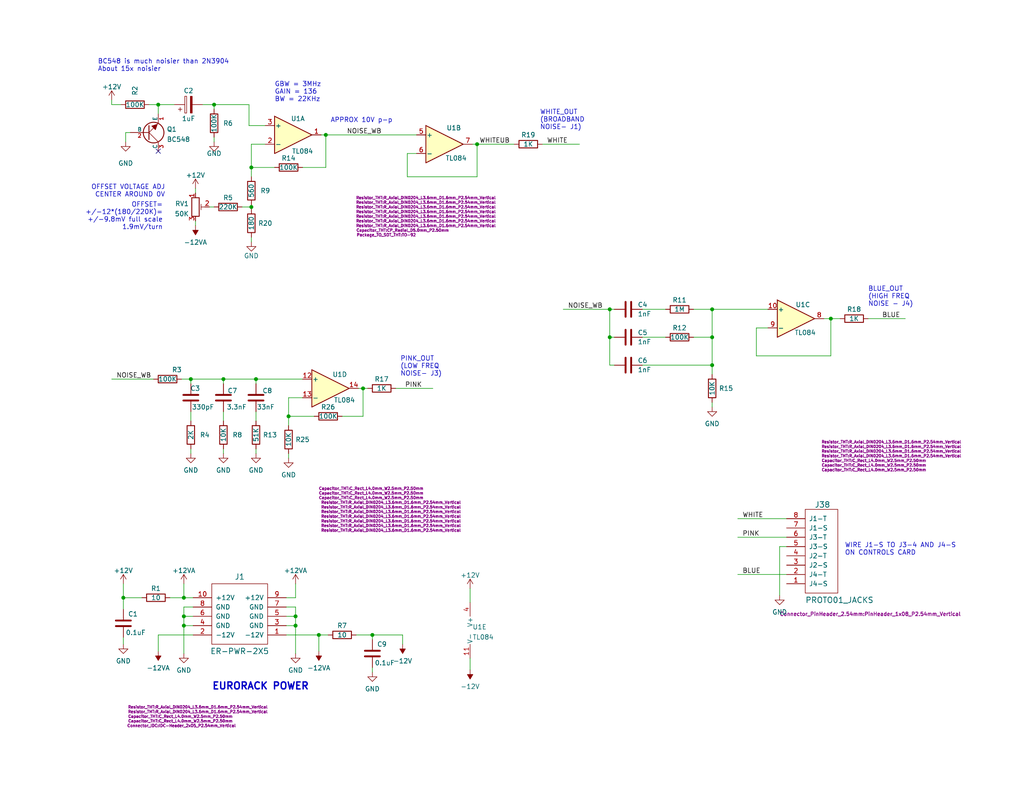
<source format=kicad_sch>
(kicad_sch (version 20211123) (generator eeschema)
  (paper "A")
  (title_block (title "ER-PROTO-01_NOISE") (date "2023-01-31") (rev "1") (company "https://www.youtube.com/watch?v=0yB_h_wFkh4&t=1213s"))
  (lib_symbols
    (symbol "Amplifier_Operational:TL084" (pin_names (offset 0.127))
      (property "Reference" "U" (at 0 5.08 0))
      (property "Value" "TL084" (at 0 -5.08 0))
      (symbol "TL084_1_1"
        (polyline (pts (xy -5.08 5.08) (xy 5.08 0) (xy -5.08 -5.08) (xy -5.08 5.08)) (stroke (width 0.254)) (fill (type background)))
        (pin output line (at 7.62 0 180) (length 2.54) (name "~") (number "1"))
        (pin input line (at -7.62 -2.54 0) (length 2.54) (name "-") (number "2"))
        (pin input line (at -7.62 2.54 0) (length 2.54) (name "+") (number "3"))
      )
      (symbol "TL084_2_1"
        (polyline (pts (xy -5.08 5.08) (xy 5.08 0) (xy -5.08 -5.08) (xy -5.08 5.08)) (stroke (width 0.254)) (fill (type background)))
        (pin input line (at -7.62 2.54 0) (length 2.54) (name "+") (number "5"))
        (pin input line (at -7.62 -2.54 0) (length 2.54) (name "-") (number "6"))
        (pin output line (at 7.62 0 180) (length 2.54) (name "~") (number "7"))
      )
      (symbol "TL084_3_1"
        (polyline (pts (xy -5.08 5.08) (xy 5.08 0) (xy -5.08 -5.08) (xy -5.08 5.08)) (stroke (width 0.254)) (fill (type background)))
        (pin input line (at -7.62 2.54 0) (length 2.54) (name "+") (number "10"))
        (pin output line (at 7.62 0 180) (length 2.54) (name "~") (number "8"))
        (pin input line (at -7.62 -2.54 0) (length 2.54) (name "-") (number "9"))
      )
      (symbol "TL084_4_1"
        (polyline (pts (xy -5.08 5.08) (xy 5.08 0) (xy -5.08 -5.08) (xy -5.08 5.08)) (stroke (width 0.254)) (fill (type background)))
        (pin input line (at -7.62 2.54 0) (length 2.54) (name "+") (number "12"))
        (pin input line (at -7.62 -2.54 0) (length 2.54) (name "-") (number "13"))
        (pin output line (at 7.62 0 180) (length 2.54) (name "~") (number "14"))
      )
      (symbol "TL084_5_1"
        (pin power_in line (at -2.54 -7.62 90) (length 3.81) (name "V-") (number "11"))
        (pin power_in line (at -2.54 7.62 270) (length 3.81) (name "V+") (number "4"))
      )
    )
    (symbol "Device:C" (pin_numbers hide) (pin_names (offset 0.254))
      (property "Reference" "C" (at 0.635 2.54 0))
      (property "Value" "C" (at 0.635 -2.54 0))
      (symbol "C_0_1"
        (polyline (pts (xy -2.032 -0.762) (xy 2.032 -0.762)) (stroke (width 0.508)))
        (polyline (pts (xy -2.032 0.762) (xy 2.032 0.762)) (stroke (width 0.508)))
      )
      (symbol "C_1_1"
        (pin passive line (at 0 3.81 270) (length 2.794) (name "~") (number "1"))
        (pin passive line (at 0 -3.81 90) (length 2.794) (name "~") (number "2"))
      )
    )
    (symbol "Device:C_Polarized" (pin_numbers hide) (pin_names (offset 0.254))
      (property "Reference" "C" (at 0.635 2.54 0))
      (property "Value" "C_Polarized" (at 0.635 -2.54 0))
      (symbol "C_Polarized_0_1"
        (rectangle (start -2.286 0.508) (end 2.286 1.016))
        (polyline (pts (xy -1.778 2.286) (xy -0.762 2.286)))
        (polyline (pts (xy -1.27 2.794) (xy -1.27 1.778)))
        (rectangle (start 2.286 -0.508) (end -2.286 -1.016) (fill (type outline)))
      )
      (symbol "C_Polarized_1_1"
        (pin passive line (at 0 3.81 270) (length 2.794) (name "~") (number "1"))
        (pin passive line (at 0 -3.81 90) (length 2.794) (name "~") (number "2"))
      )
    )
    (symbol "Device:R" (pin_numbers hide) (pin_names (offset 0))
      (property "Reference" "R" (at 2.032 0 90))
      (property "Value" "R" (at 0 0 90))
      (symbol "R_0_1"
        (rectangle (start -1.016 -2.54) (end 1.016 2.54) (stroke (width 0.254)))
      )
      (symbol "R_1_1"
        (pin passive line (at 0 3.81 270) (length 1.27) (name "~") (number "1"))
        (pin passive line (at 0 -3.81 90) (length 1.27) (name "~") (number "2"))
      )
    )
    (symbol "Device:R_Potentiometer_Trim" (pin_names (offset 1.016) hide)
      (property "Reference" "RV" (at -4.445 0 90))
      (property "Value" "R_Potentiometer_Trim" (at -2.54 0 90))
      (symbol "R_Potentiometer_Trim_0_1"
        (polyline (pts (xy 1.524 0.762) (xy 1.524 -0.762)))
        (polyline (pts (xy 2.54 0) (xy 1.524 0)))
        (rectangle (start 1.016 2.54) (end -1.016 -2.54) (stroke (width 0.254)))
      )
      (symbol "R_Potentiometer_Trim_1_1"
        (pin passive line (at 0 3.81 270) (length 1.27) (name "1") (number "1"))
        (pin passive line (at 3.81 0 180) (length 1.27) (name "2") (number "2"))
        (pin passive line (at 0 -3.81 90) (length 1.27) (name "3") (number "3"))
      )
    )
    (symbol "LandBoards_Conns:ER-PWR-2X5" (pin_names (offset 1.016))
      (property "Reference" "J" (at 0 10.16 0))
      (property "Value" "ER-PWR-2X5" (at 1.27 -8.89 0))
      (property "Footprint" "Connector_IDC:IDC-Header_2x05_P2.54mm_Vertical" (at 0 -11.43 0))
      (symbol "ER-PWR-2X5_0_1"
        (rectangle (start -7.62 8.89) (end 7.62 -7.62))
      )
      (symbol "ER-PWR-2X5_1_1"
        (pin power_out line (at 12.7 -5.08 180) (length 5.08) (name "-12V") (number "1"))
        (pin power_out line (at -12.7 5.08 0) (length 5.08) (name "+12V") (number "10"))
        (pin power_out line (at -12.7 -5.08 0) (length 5.08) (name "-12V") (number "2"))
        (pin power_in line (at 12.7 -2.54 180) (length 5.08) (name "GND") (number "3"))
        (pin power_out line (at -12.7 -2.54 0) (length 5.08) (name "GND") (number "4"))
        (pin power_out line (at 12.7 0 180) (length 5.08) (name "GND") (number "5"))
        (pin power_out line (at -12.7 0 0) (length 5.08) (name "GND") (number "6"))
        (pin power_out line (at 12.7 2.54 180) (length 5.08) (name "GND") (number "7"))
        (pin power_out line (at -12.7 2.54 0) (length 5.08) (name "GND") (number "8"))
        (pin power_out line (at 12.7 5.08 180) (length 5.08) (name "+12V") (number "9"))
      )
    )
    (symbol "LandBoards_Semis:NPN" (pin_names (offset 0))
      (property "Reference" "Q" (at 0 -3.81 0))
      (property "Value" "NPN" (at 0 3.81 0))
      (symbol "NPN_0_1"
        (polyline (pts (xy 0 0) (xy 2.54 2.54)))
        (polyline (pts (xy 0 1.905) (xy 0 -1.905) (xy 0 -1.905)) (stroke (width 0.254)))
        (polyline (pts (xy 1.27 -1.27) (xy 0 0) (xy 0 0)))
        (polyline (pts (xy 2.286 -2.286) (xy 2.54 -2.54) (xy 2.54 -2.54)))
        (polyline (pts (xy 2.286 -2.286) (xy 1.778 -0.762) (xy 0.762 -1.778) (xy 2.286 -2.286) (xy 2.286 -2.286)) (fill (type outline)))
        (circle (center 1.27 0) (radius 2.8194) (stroke (width 0.254)))
      )
      (symbol "NPN_1_1"
        (pin passive line (at 2.54 -5.08 90) (length 2.54) (name "E") (number "1"))
        (pin input line (at -5.08 0 0) (length 5.08) (name "B") (number "2"))
        (pin passive line (at 2.54 5.08 270) (length 2.54) (name "C") (number "3"))
      )
    )
    (symbol "PROTO01_JACKS_1" (pin_names (offset 1.016))
      (property "Reference" "J" (at 0 12.7 0))
      (property "Value" "PROTO01_JACKS_1" (at 0 -12.7 0))
      (property "Footprint" "Connector_PinHeader_2.54mm:PinHeader_1x08_P2.54mm_Vertical" (at 0 -16.51 0))
      (symbol "PROTO01_JACKS_1_0_1"
        (rectangle (start -5.08 11.43) (end 3.81 -11.43))
      )
      (symbol "PROTO01_JACKS_1_1_1"
        (pin passive line (at 8.89 -8.89 180) (length 5.08) (name "J4-S") (number "1"))
        (pin passive line (at 8.89 -6.35 180) (length 5.08) (name "J4-T") (number "2"))
        (pin passive line (at 8.89 -3.81 180) (length 5.08) (name "J2-S") (number "3"))
        (pin passive line (at 8.89 -1.27 180) (length 5.08) (name "J2-T") (number "4"))
        (pin passive line (at 8.89 1.27 180) (length 5.08) (name "J3-S") (number "5"))
        (pin passive line (at 8.89 3.81 180) (length 5.08) (name "J3-T") (number "6"))
        (pin passive line (at 8.89 6.35 180) (length 5.08) (name "J1-S") (number "7"))
        (pin passive line (at 8.89 8.89 180) (length 5.08) (name "J1-T") (number "8"))
      )
    )
    (symbol "power:+12V" (power) (pin_names (offset 0))
      (property "Value" "+12V" (at 0 3.556 0))
      (symbol "+12V_0_1"
        (polyline (pts (xy -0.762 1.27) (xy 0 2.54)))
        (polyline (pts (xy 0 0) (xy 0 2.54)))
        (polyline (pts (xy 0 2.54) (xy 0.762 1.27)))
      )
      (symbol "+12V_1_1"
        (pin power_in line (at 0 0 90) (length 0) hide (name "+12V") (number "1"))
      )
    )
    (symbol "power:+12VA" (power) (pin_names (offset 0))
      (property "Value" "+12VA" (at 0 3.556 0))
      (symbol "+12VA_0_1"
        (polyline (pts (xy -0.762 1.27) (xy 0 2.54)))
        (polyline (pts (xy 0 0) (xy 0 2.54)))
        (polyline (pts (xy 0 2.54) (xy 0.762 1.27)))
      )
      (symbol "+12VA_1_1"
        (pin power_in line (at 0 0 90) (length 0) hide (name "+12VA") (number "1"))
      )
    )
    (symbol "power:-12V" (power) (pin_names (offset 0))
      (property "Value" "-12V" (at 0 3.81 0))
      (symbol "-12V_0_0"
        (pin power_in line (at 0 0 90) (length 0) hide (name "-12V") (number "1"))
      )
      (symbol "-12V_0_1"
        (polyline (pts (xy 0 0) (xy 0 1.27) (xy 0.762 1.27) (xy 0 2.54) (xy -0.762 1.27) (xy 0 1.27)) (fill (type outline)))
      )
    )
    (symbol "power:-12VA" (power) (pin_names (offset 0))
      (property "Value" "-12VA" (at 0 3.556 0))
      (symbol "-12VA_0_0"
        (pin power_in line (at 0 0 90) (length 0) hide (name "-12VA") (number "1"))
      )
      (symbol "-12VA_0_1"
        (polyline (pts (xy 0 0) (xy 0 1.27) (xy 0.762 1.27) (xy 0 2.54) (xy -0.762 1.27) (xy 0 1.27)) (fill (type outline)))
      )
    )
    (symbol "power:GND" (power) (pin_names (offset 0))
      (property "Value" "GND" (at 0 -3.81 0))
      (symbol "GND_0_1"
        (polyline (pts (xy 0 0) (xy 0 -1.27) (xy 1.27 -1.27) (xy 0 -2.54) (xy -1.27 -1.27) (xy 0 -1.27)))
      )
      (symbol "GND_1_1"
        (pin power_in line (at 0 0 270) (length 0) hide (name "GND") (number "1"))
      )
    )
  )
  (junction (at 130.175 39.37))
  (junction (at 33.655 163.195))
  (junction (at 50.165 170.815))
  (junction (at 166.37 84.455))
  (junction (at 78.74 113.665))
  (junction (at 69.85 103.505))
  (junction (at 80.645 170.815))
  (junction (at 58.42 28.575))
  (junction (at 88.9 36.83))
  (junction (at 166.37 92.075))
  (junction (at 52.07 103.505))
  (junction (at 60.96 103.505))
  (junction (at 86.995 173.355))
  (junction (at 50.165 168.275))
  (junction (at 68.58 56.515))
  (junction (at 68.58 45.72))
  (junction (at 50.165 163.195))
  (junction (at 194.31 84.455))
  (junction (at 80.645 168.275))
  (junction (at 43.18 28.575))
  (junction (at 194.31 92.075))
  (junction (at 99.06 106.045))
  (junction (at 226.695 86.995))
  (junction (at 101.6 173.355))
  (junction (at 194.31 99.695))
  (no_connect (at 43.18 41.275))
  (wire (pts (xy 201.295 141.605) (xy 214.63 141.605)))
  (wire (pts (xy 166.37 84.455) (xy 167.64 84.455)))
  (wire (pts (xy 72.39 39.37) (xy 68.58 39.37)))
  (wire (pts (xy 68.58 45.72) (xy 68.58 48.26)))
  (wire (pts (xy 128.27 179.705) (xy 128.27 182.88)))
  (wire (pts (xy 226.695 86.995) (xy 229.235 86.995)))
  (wire (pts (xy 97.155 173.355) (xy 101.6 173.355)))
  (wire (pts (xy 93.345 113.665) (xy 99.06 113.665)))
  (wire (pts (xy 30.48 27.305) (xy 30.48 28.575)))
  (wire (pts (xy 67.945 34.29) (xy 72.39 34.29)))
  (wire (pts (xy 55.245 28.575) (xy 58.42 28.575)))
  (wire (pts (xy 52.07 103.505) (xy 52.07 104.775)))
  (wire (pts (xy 78.74 113.665) (xy 85.725 113.665)))
  (wire (pts (xy 78.74 108.585) (xy 78.74 113.665)))
  (wire (pts (xy 111.125 41.91) (xy 111.125 48.26)))
  (wire (pts (xy 58.42 38.735) (xy 58.42 37.465)))
  (wire (pts (xy 130.175 39.37) (xy 130.175 48.26)))
  (wire (pts (xy 33.655 159.385) (xy 33.655 163.195)))
  (wire (pts (xy 194.31 111.125) (xy 194.31 109.855)))
  (wire (pts (xy 52.705 173.355) (xy 43.18 173.355)))
  (wire (pts (xy 206.375 89.535) (xy 206.375 97.155)))
  (wire (pts (xy 69.85 123.825) (xy 69.85 122.555)))
  (wire (pts (xy 33.655 163.195) (xy 38.735 163.195)))
  (wire (pts (xy 52.07 123.825) (xy 52.07 122.555)))
  (wire (pts (xy 78.105 173.355) (xy 86.995 173.355)))
  (wire (pts (xy 80.645 163.195) (xy 80.645 159.385)))
  (wire (pts (xy 52.07 114.935) (xy 52.07 112.395)))
  (wire (pts (xy 130.175 39.37) (xy 140.335 39.37)))
  (wire (pts (xy 167.64 99.695) (xy 166.37 99.695)))
  (wire (pts (xy 101.6 173.355) (xy 101.6 174.625)))
  (wire (pts (xy 33.655 163.195) (xy 33.655 166.37)))
  (wire (pts (xy 80.645 165.735) (xy 80.645 168.275)))
  (wire (pts (xy 60.96 103.505) (xy 60.96 104.775)))
  (wire (pts (xy 194.31 84.455) (xy 209.55 84.455)))
  (wire (pts (xy 236.855 86.995) (xy 247.015 86.995)))
  (wire (pts (xy 175.26 99.695) (xy 194.31 99.695)))
  (wire (pts (xy 78.105 170.815) (xy 80.645 170.815)))
  (wire (pts (xy 166.37 84.455) (xy 166.37 92.075)))
  (wire (pts (xy 206.375 97.155) (xy 226.695 97.155)))
  (wire (pts (xy 50.165 163.195) (xy 52.705 163.195)))
  (wire (pts (xy 60.96 123.825) (xy 60.96 122.555)))
  (wire (pts (xy 128.905 39.37) (xy 130.175 39.37)))
  (wire (pts (xy 33.02 28.575) (xy 30.48 28.575)))
  (wire (pts (xy 49.53 103.505) (xy 52.07 103.505)))
  (wire (pts (xy 109.855 173.355) (xy 109.855 175.895)))
  (wire (pts (xy 226.695 97.155) (xy 226.695 86.995)))
  (wire (pts (xy 34.29 38.735) (xy 34.29 36.195)))
  (wire (pts (xy 175.26 84.455) (xy 181.61 84.455)))
  (wire (pts (xy 153.67 84.455) (xy 166.37 84.455)))
  (wire (pts (xy 50.165 170.815) (xy 50.165 178.435)))
  (wire (pts (xy 101.6 182.245) (xy 101.6 183.515)))
  (wire (pts (xy 189.23 92.075) (xy 194.31 92.075)))
  (wire (pts (xy 194.31 102.235) (xy 194.31 99.695)))
  (wire (pts (xy 34.29 36.195) (xy 35.56 36.195)))
  (wire (pts (xy 212.725 149.225) (xy 212.725 162.56)))
  (wire (pts (xy 86.995 173.355) (xy 86.995 177.8)))
  (wire (pts (xy 50.165 159.385) (xy 50.165 163.195)))
  (wire (pts (xy 57.15 56.515) (xy 58.42 56.515)))
  (wire (pts (xy 194.31 92.075) (xy 194.31 99.695)))
  (wire (pts (xy 50.165 165.735) (xy 50.165 168.275)))
  (wire (pts (xy 60.96 114.935) (xy 60.96 112.395)))
  (wire (pts (xy 78.74 116.205) (xy 78.74 113.665)))
  (wire (pts (xy 86.995 173.355) (xy 89.535 173.355)))
  (wire (pts (xy 60.96 103.505) (xy 69.85 103.505)))
  (wire (pts (xy 194.31 84.455) (xy 194.31 92.075)))
  (wire (pts (xy 88.9 36.83) (xy 87.63 36.83)))
  (wire (pts (xy 50.165 170.815) (xy 52.705 170.815)))
  (wire (pts (xy 52.07 103.505) (xy 60.96 103.505)))
  (wire (pts (xy 68.58 56.515) (xy 68.58 55.88)))
  (wire (pts (xy 214.63 149.225) (xy 212.725 149.225)))
  (wire (pts (xy 33.655 173.99) (xy 33.655 175.895)))
  (wire (pts (xy 107.95 106.045) (xy 118.11 106.045)))
  (wire (pts (xy 101.6 173.355) (xy 109.855 173.355)))
  (wire (pts (xy 97.79 106.045) (xy 99.06 106.045)))
  (wire (pts (xy 201.295 146.685) (xy 214.63 146.685)))
  (wire (pts (xy 113.665 41.91) (xy 111.125 41.91)))
  (wire (pts (xy 53.34 51.435) (xy 53.34 52.705)))
  (wire (pts (xy 67.945 28.575) (xy 67.945 34.29)))
  (wire (pts (xy 88.9 45.72) (xy 88.9 36.83)))
  (wire (pts (xy 82.55 45.72) (xy 88.9 45.72)))
  (wire (pts (xy 78.105 163.195) (xy 80.645 163.195)))
  (wire (pts (xy 58.42 28.575) (xy 67.945 28.575)))
  (wire (pts (xy 68.58 45.72) (xy 74.93 45.72)))
  (wire (pts (xy 43.18 28.575) (xy 47.625 28.575)))
  (wire (pts (xy 43.18 28.575) (xy 43.18 31.115)))
  (wire (pts (xy 50.165 168.275) (xy 50.165 170.815)))
  (wire (pts (xy 111.125 48.26) (xy 130.175 48.26)))
  (wire (pts (xy 128.27 160.655) (xy 128.27 164.465)))
  (wire (pts (xy 52.705 165.735) (xy 50.165 165.735)))
  (wire (pts (xy 43.18 173.355) (xy 43.18 177.8)))
  (wire (pts (xy 53.34 60.325) (xy 53.34 61.595)))
  (wire (pts (xy 69.85 103.505) (xy 69.85 104.775)))
  (wire (pts (xy 201.295 156.845) (xy 214.63 156.845)))
  (wire (pts (xy 166.37 92.075) (xy 167.64 92.075)))
  (wire (pts (xy 88.9 36.83) (xy 113.665 36.83)))
  (wire (pts (xy 99.06 106.045) (xy 99.06 113.665)))
  (wire (pts (xy 68.58 57.15) (xy 68.58 56.515)))
  (wire (pts (xy 68.58 66.04) (xy 68.58 64.77)))
  (wire (pts (xy 46.355 163.195) (xy 50.165 163.195)))
  (wire (pts (xy 99.06 106.045) (xy 100.33 106.045)))
  (wire (pts (xy 189.23 84.455) (xy 194.31 84.455)))
  (wire (pts (xy 78.105 165.735) (xy 80.645 165.735)))
  (wire (pts (xy 147.955 39.37) (xy 158.115 39.37)))
  (wire (pts (xy 68.58 39.37) (xy 68.58 45.72)))
  (wire (pts (xy 166.37 92.075) (xy 166.37 99.695)))
  (wire (pts (xy 224.79 86.995) (xy 226.695 86.995)))
  (wire (pts (xy 209.55 89.535) (xy 206.375 89.535)))
  (wire (pts (xy 175.26 92.075) (xy 181.61 92.075)))
  (wire (pts (xy 69.85 103.505) (xy 82.55 103.505)))
  (wire (pts (xy 78.74 125.095) (xy 78.74 123.825)))
  (wire (pts (xy 80.645 170.815) (xy 80.645 178.435)))
  (wire (pts (xy 78.105 168.275) (xy 80.645 168.275)))
  (wire (pts (xy 66.04 56.515) (xy 68.58 56.515)))
  (wire (pts (xy 80.645 168.275) (xy 80.645 170.815)))
  (wire (pts (xy 30.48 103.505) (xy 41.91 103.505)))
  (wire (pts (xy 58.42 28.575) (xy 58.42 29.845)))
  (wire (pts (xy 69.85 114.935) (xy 69.85 112.395)))
  (wire (pts (xy 50.165 168.275) (xy 52.705 168.275)))
  (wire (pts (xy 40.64 28.575) (xy 43.18 28.575)))
  (wire (pts (xy 82.55 108.585) (xy 78.74 108.585)))
  (text "EURORACK POWER" (at 57.785 188.595 0) (effects (font (size 1.905 1.905) (thickness 0.381) bold) (justify left bottom)))
  (text "BC548 is much noisier than 2N3904\nAbout 15x noisier" (at 26.67 19.685 0) (effects (font (size 1.27 1.27)) (justify left bottom)))
  (text "GBW = 3MHz\nGAIN = 136\nBW = 22KHz" (at 74.93 27.94 0) (effects (font (size 1.27 1.27)) (justify left bottom)))
  (text "OFFSET=\n+/-12*(180/220K)=\n+/-9.8mV full scale\n1.9mV/turn" (at 44.45 62.865 0) (effects (font (size 1.27 1.27)) (justify right bottom)))
  (text "BLUE_OUT\n(HIGH FREQ\nNOISE - J4)" (at 236.855 83.82 0) (effects (font (size 1.27 1.27)) (justify left bottom)))
  (text "OFFSET VOLTAGE ADJ\nCENTER AROUND 0V" (at 45.085 53.975 180) (effects (font (size 1.27 1.27)) (justify right bottom)))
  (text "APPROX 10V p-p" (at 90.17 33.655 0) (effects (font (size 1.27 1.27)) (justify left bottom)))
  (text "PINK_OUT\n(LOW FREQ\nNOISE- J3)" (at 109.22 102.87 0) (effects (font (size 1.27 1.27)) (justify left bottom)))
  (text "WHITE_OUT\n(BROADBAND\nNOISE- J1)" (at 147.32 35.56 0) (effects (font (size 1.27 1.27)) (justify left bottom)))
  (text "WIRE J1-S TO J3-4 AND J4-S\nON CONTROLS CARD" (at 230.505 151.765 0) (effects (font (size 1.27 1.27)) (justify left bottom)))
  (label "WHITE" (at 149.225 39.37 0))
  (label "NOISE_WB" (at 154.94 84.455 0))
  (label "PINK" (at 202.565 146.685 0))
  (label "BLUE" (at 202.565 156.845 0))
  (label "NOISE_WB" (at 94.615 36.83 0))
  (label "BLUE" (at 240.665 86.995 0))
  (label "PINK" (at 110.49 106.045 0))
  (label "WHITEUB" (at 130.81 39.37 0))
  (label "WHITE" (at 202.565 141.605 0))
  (label "NOISE_WB" (at 31.75 103.505 0))
  (symbol (lib_id "power:GND") (at 50.165 178.435 0) (unit 1)
    (property "Reference" "#PWR06" (effects hide))
    (property "Value" "GND" (at 50.165 182.9975 0))
  )
  (symbol (lib_id "Device:C") (at 52.07 108.585 180) (unit 1)
    (property "Reference" "C3" (at 54.61 106.045 0) (effects (justify left)))
    (property "Value" "330pF" (at 58.42 111.125 0) (effects (justify left)))
    (property "Footprint" "Capacitor_THT:C_Rect_L4.0mm_W2.5mm_P2.50mm" (at 115.57 134.62 0) (effects (font (size 0.762 0.762)) (justify left)))
  )
  (symbol (lib_id "power:-12VA") (at 86.995 177.8 180) (unit 1)
    (property "Reference" "#PWR012" (effects hide))
    (property "Value" "-12VA" (at 86.995 182.3625 0))
  )
  (symbol (lib_id "Amplifier_Operational:TL084") (at 217.17 86.995 0) (unit 3)
    (property "Reference" "U1" (at 219.075 83.185 0))
    (property "Value" "TL084" (at 219.71 90.805 0))
    (property "Footprint" "Package_DIP:DIP-14_W7.62mm_Socket_LongPads" (effects hide))
    (property "Datasheet" "http://www.ti.com/lit/ds/symlink/tl081.pdf" (effects hide))
  )
  (symbol (lib_name "PROTO01_JACKS_1") (lib_id "LandBoards_Conns:PROTO01_JACKS") (at 223.52 150.495 0) (mirror y) (unit 1)
    (property "Reference" "J38" (at 222.25 137.795 0) (effects (font (size 1.524 1.524)) (justify right)))
    (property "Value" "PROTO01_JACKS" (at 219.71 163.83 0) (effects (font (size 1.524 1.524)) (justify right)))
    (property "Footprint" "Connector_PinHeader_2.54mm:PinHeader_1x08_P2.54mm_Vertical" (at 212.725 167.64 0) (effects (font (size 1 1)) (justify right)))
  )
  (symbol (lib_id "Device:C") (at 171.45 84.455 270) (unit 1)
    (property "Reference" "C4" (at 173.99 83.185 90) (effects (justify left)))
    (property "Value" "1nF" (at 173.99 85.725 90) (effects (justify left)))
    (property "Footprint" "Capacitor_THT:C_Rect_L4.0mm_W2.5mm_P2.50mm" (at 224.155 125.73 90) (effects (font (size 0.762 0.762)) (justify left)))
  )
  (symbol (lib_id "power:GND") (at 80.645 178.435 0) (unit 1)
    (property "Reference" "#PWR011" (effects hide))
    (property "Value" "GND" (at 80.645 182.9975 0))
  )
  (symbol (lib_id "Amplifier_Operational:TL084") (at 121.285 39.37 0) (unit 2)
    (property "Reference" "U1" (at 123.825 34.925 0))
    (property "Value" "TL084" (at 124.46 43.18 0))
    (property "Footprint" "Package_DIP:DIP-14_W7.62mm_Socket_LongPads" (effects hide))
    (property "Datasheet" "http://www.ti.com/lit/ds/symlink/tl081.pdf" (effects hide))
  )
  (symbol (lib_id "Device:R_Potentiometer_Trim") (at 53.34 56.515 0) (unit 1)
    (property "Reference" "RV1" (at 51.562 55.6065 0) (effects (justify right)))
    (property "Value" "50K" (at 51.562 58.3816 0) (effects (justify right)))
  )
  (symbol (lib_id "LandBoards_Semis:NPN") (at 40.64 36.195 0) (mirror x) (unit 1)
    (property "Reference" "Q1" (at 45.4914 35.2865 0) (effects (justify left)))
    (property "Value" "BC548" (at 45.4914 38.0616 0) (effects (justify left)))
    (property "Footprint" "Package_TO_SOT_THT:TO-92" (at 105.41 64.135 0) (effects (font (size 0.762 0.762))))
  )
  (symbol (lib_id "Device:R") (at 62.23 56.515 90) (unit 1)
    (property "Reference" "R5" (at 62.23 53.975 90))
    (property "Value" "220K" (at 62.23 56.515 90))
    (property "Footprint" "Resistor_THT:R_Axial_DIN0204_L3.6mm_D1.6mm_P2.54mm_Vertical" (at 116.205 60.325 90) (effects (font (size 0.762 0.762))))
  )
  (symbol (lib_id "Device:R") (at 60.96 118.745 180) (unit 1)
    (property "Reference" "R8" (at 64.77 118.745 0))
    (property "Value" "10K" (at 60.96 118.745 90))
    (property "Footprint" "Resistor_THT:R_Axial_DIN0204_L3.6mm_D1.6mm_P2.54mm_Vertical" (at 106.68 139.7 0) (effects (font (size 0.762 0.762))))
  )
  (symbol (lib_id "Device:R") (at 104.14 106.045 90) (unit 1)
    (property "Reference" "R17" (at 104.14 103.505 90))
    (property "Value" "1K" (at 104.14 106.045 90))
    (property "Footprint" "Resistor_THT:R_Axial_DIN0204_L3.6mm_D1.6mm_P2.54mm_Vertical" (at 106.68 144.78 90) (effects (font (size 0.762 0.762))))
  )
  (symbol (lib_id "Amplifier_Operational:TL084") (at 130.81 172.085 0) (unit 5)
    (property "Reference" "U1" (at 128.905 171.1765 0) (effects (justify left)))
    (property "Value" "TL084" (at 128.905 173.9516 0) (effects (justify left)))
    (property "Footprint" "Package_DIP:DIP-14_W7.62mm_Socket_LongPads" (effects hide))
    (property "Datasheet" "http://www.ti.com/lit/ds/symlink/tl081.pdf" (effects hide))
  )
  (symbol (lib_id "power:GND") (at 33.655 175.895 0) (unit 1)
    (property "Reference" "#PWR02" (effects hide))
    (property "Value" "GND" (at 33.655 180.4575 0))
  )
  (symbol (lib_id "power:GND") (at 78.74 125.095 0) (unit 1)
    (property "Reference" "#PWR028" (effects hide))
    (property "Value" "GND" (at 78.74 129.6575 0))
  )
  (symbol (lib_id "power:-12VA") (at 53.34 61.595 180) (unit 1)
    (property "Reference" "#PWR09" (effects hide))
    (property "Value" "-12VA" (at 53.34 66.1575 0))
  )
  (symbol (lib_id "Device:R") (at 89.535 113.665 270) (unit 1)
    (property "Reference" "R26" (at 89.535 111.125 90))
    (property "Value" "100K" (at 89.535 113.665 90))
    (property "Footprint" "Resistor_THT:R_Axial_DIN0204_L3.6mm_D1.6mm_P2.54mm_Vertical" (at 106.68 143.51 90) (effects (font (size 0.762 0.762))))
  )
  (symbol (lib_id "Device:R") (at 58.42 33.655 180) (unit 1)
    (property "Reference" "R6" (at 62.23 33.655 0))
    (property "Value" "100K" (at 58.42 33.655 90))
    (property "Footprint" "Resistor_THT:R_Axial_DIN0204_L3.6mm_D1.6mm_P2.54mm_Vertical" (at 116.205 55.245 0) (effects (font (size 0.762 0.762))))
  )
  (symbol (lib_id "Device:C") (at 171.45 92.075 270) (unit 1)
    (property "Reference" "C5" (at 173.99 90.805 90) (effects (justify left)))
    (property "Value" "1nF" (at 173.99 93.345 90) (effects (justify left)))
    (property "Footprint" "Capacitor_THT:C_Rect_L4.0mm_W2.5mm_P2.50mm" (at 224.155 127 90) (effects (font (size 0.762 0.762)) (justify left)))
  )
  (symbol (lib_id "Device:R") (at 68.58 52.07 180) (unit 1)
    (property "Reference" "R9" (at 72.39 52.07 0))
    (property "Value" "560" (at 68.58 52.07 90))
    (property "Footprint" "Resistor_THT:R_Axial_DIN0204_L3.6mm_D1.6mm_P2.54mm_Vertical" (at 116.205 56.515 0) (effects (font (size 0.762 0.762))))
  )
  (symbol (lib_id "power:+12VA") (at 50.165 159.385 0) (unit 1)
    (property "Reference" "#PWR05" (effects hide))
    (property "Value" "+12VA" (at 50.165 155.7805 0))
  )
  (symbol (lib_id "power:-12VA") (at 43.18 177.8 180) (unit 1)
    (property "Reference" "#PWR03" (effects hide))
    (property "Value" "-12VA" (at 43.18 182.3625 0))
  )
  (symbol (lib_id "power:GND") (at 52.07 123.825 0) (unit 1)
    (property "Reference" "#PWR013" (effects hide))
    (property "Value" "GND" (at 52.07 128.3875 0))
  )
  (symbol (lib_id "power:+12V") (at 33.655 159.385 0) (unit 1)
    (property "Reference" "#PWR01" (effects hide))
    (property "Value" "+12V" (at 33.655 155.7805 0))
  )
  (symbol (lib_id "Device:C") (at 33.655 170.18 0) (unit 1)
    (property "Reference" "C1" (at 34.925 167.64 0) (effects (justify left)))
    (property "Value" "0.1uF" (at 34.29 172.72 0) (effects (justify left)))
    (property "Footprint" "Capacitor_THT:C_Rect_L4.0mm_W2.5mm_P2.50mm" (at 34.925 196.85 0) (effects (font (size 0.762 0.762)) (justify left)))
  )
  (symbol (lib_id "Device:R") (at 69.85 118.745 180) (unit 1)
    (property "Reference" "R13" (at 73.66 118.745 0))
    (property "Value" "51K" (at 69.85 118.745 90))
    (property "Footprint" "Resistor_THT:R_Axial_DIN0204_L3.6mm_D1.6mm_P2.54mm_Vertical" (at 106.68 137.16 0) (effects (font (size 0.762 0.762))))
  )
  (symbol (lib_id "Device:R") (at 52.07 118.745 180) (unit 1)
    (property "Reference" "R4" (at 55.88 118.745 0))
    (property "Value" "2K" (at 52.07 118.745 90))
    (property "Footprint" "Resistor_THT:R_Axial_DIN0204_L3.6mm_D1.6mm_P2.54mm_Vertical" (at 106.68 138.43 0) (effects (font (size 0.762 0.762))))
  )
  (symbol (lib_id "power:GND") (at 101.6 183.515 0) (unit 1)
    (property "Reference" "#PWR023" (effects hide))
    (property "Value" "GND" (at 101.6 188.0775 0))
  )
  (symbol (lib_id "Device:R") (at 68.58 60.96 180) (unit 1)
    (property "Reference" "R20" (at 72.39 60.96 0))
    (property "Value" "180" (at 68.58 60.96 90))
    (property "Footprint" "Resistor_THT:R_Axial_DIN0204_L3.6mm_D1.6mm_P2.54mm_Vertical" (at 116.205 61.595 0) (effects (font (size 0.762 0.762))))
  )
  (symbol (lib_id "Amplifier_Operational:TL084") (at 90.17 106.045 0) (unit 4)
    (property "Reference" "U1" (at 92.71 102.235 0))
    (property "Value" "TL084" (at 93.98 109.22 0))
    (property "Footprint" "Package_DIP:DIP-14_W7.62mm_Socket_LongPads" (effects hide))
    (property "Datasheet" "http://www.ti.com/lit/ds/symlink/tl081.pdf" (effects hide))
  )
  (symbol (lib_id "Device:R") (at 78.74 120.015 180) (unit 1)
    (property "Reference" "R25" (at 82.55 120.015 0))
    (property "Value" "10K" (at 78.74 120.015 90))
    (property "Footprint" "Resistor_THT:R_Axial_DIN0204_L3.6mm_D1.6mm_P2.54mm_Vertical" (at 106.68 140.97 0) (effects (font (size 0.762 0.762))))
  )
  (symbol (lib_id "Device:R") (at 42.545 163.195 90) (unit 1)
    (property "Reference" "R1" (at 42.545 160.655 90))
    (property "Value" "10" (at 42.545 163.195 90))
    (property "Footprint" "Resistor_THT:R_Axial_DIN0204_L3.6mm_D1.6mm_P2.54mm_Vertical" (at 53.975 193.04 90) (effects (font (size 0.762 0.762))))
  )
  (symbol (lib_id "Device:C") (at 69.85 108.585 180) (unit 1)
    (property "Reference" "C8" (at 74.295 106.68 0) (effects (justify left)))
    (property "Value" "33nF" (at 74.93 111.125 0) (effects (justify left)))
    (property "Footprint" "Capacitor_THT:C_Rect_L4.0mm_W2.5mm_P2.50mm" (at 115.57 133.35 0) (effects (font (size 0.762 0.762)) (justify left)))
  )
  (symbol (lib_id "Device:C") (at 60.96 108.585 180) (unit 1)
    (property "Reference" "C7" (at 64.77 106.68 0) (effects (justify left)))
    (property "Value" "3.3nF" (at 67.31 111.125 0) (effects (justify left)))
    (property "Footprint" "Capacitor_THT:C_Rect_L4.0mm_W2.5mm_P2.50mm" (at 115.57 135.89 0) (effects (font (size 0.762 0.762)) (justify left)))
  )
  (symbol (lib_id "Device:R") (at 78.74 45.72 90) (unit 1)
    (property "Reference" "R14" (at 78.74 43.18 90))
    (property "Value" "100K" (at 78.74 45.72 90))
    (property "Footprint" "Resistor_THT:R_Axial_DIN0204_L3.6mm_D1.6mm_P2.54mm_Vertical" (at 116.205 59.055 90) (effects (font (size 0.762 0.762))))
  )
  (symbol (lib_id "Device:R") (at 45.72 103.505 90) (unit 1)
    (property "Reference" "R3" (at 48.26 100.965 90))
    (property "Value" "100K" (at 45.72 103.505 90))
    (property "Footprint" "Resistor_THT:R_Axial_DIN0204_L3.6mm_D1.6mm_P2.54mm_Vertical" (at 106.68 142.24 90) (effects (font (size 0.762 0.762))))
  )
  (symbol (lib_id "power:GND") (at 60.96 123.825 0) (unit 1)
    (property "Reference" "#PWR015" (effects hide))
    (property "Value" "GND" (at 60.96 128.3875 0))
  )
  (symbol (lib_id "LandBoards_Conns:ER-PWR-2X5") (at 65.405 168.275 0) (unit 1)
    (property "Reference" "J1" (at 65.405 157.48 0) (effects (font (size 1.524 1.524))))
    (property "Value" "ER-PWR-2X5" (at 65.405 177.8 0) (effects (font (size 1.524 1.524))))
    (property "Footprint" "Connector_IDC:IDC-Header_2x05_P2.54mm_Vertical" (at 49.53 198.12 0) (effects (font (size 0.762 0.762))))
  )
  (symbol (lib_id "power:-12V") (at 128.27 182.88 180) (unit 1)
    (property "Reference" "#PWR021" (effects hide))
    (property "Value" "-12V" (at 128.27 187.4425 0))
  )
  (symbol (lib_id "power:GND") (at 58.42 38.735 0) (unit 1)
    (property "Reference" "#PWR014" (effects hide))
    (property "Value" "GND" (at 58.42 41.91 0))
  )
  (symbol (lib_id "power:GND") (at 68.58 66.04 0) (unit 1)
    (property "Reference" "#PWR016" (effects hide))
    (property "Value" "GND" (at 68.58 69.85 0))
  )
  (symbol (lib_id "Device:C") (at 101.6 178.435 0) (unit 1)
    (property "Reference" "C9" (at 102.87 175.895 0) (effects (justify left)))
    (property "Value" "0.1uF" (at 102.235 180.975 0) (effects (justify left)))
    (property "Footprint" "Capacitor_THT:C_Rect_L4.0mm_W2.5mm_P2.50mm" (at 34.925 195.58 0) (effects (font (size 0.762 0.762)) (justify left)))
  )
  (symbol (lib_id "Device:C_Polarized") (at 51.435 28.575 90) (unit 1)
    (property "Reference" "C2" (at 51.435 24.765 90))
    (property "Value" "1uF" (at 51.435 32.385 90))
    (property "Footprint" "Capacitor_THT:CP_Radial_D5.0mm_P2.50mm" (at 109.855 62.865 90) (effects (font (size 0.762 0.762))))
  )
  (symbol (lib_id "power:GND") (at 212.725 162.56 0) (unit 1)
    (property "Reference" "#PWR022" (effects hide))
    (property "Value" "GND" (at 212.725 167.1225 0))
  )
  (symbol (lib_id "Device:R") (at 36.83 28.575 270) (unit 1)
    (property "Reference" "R2" (at 36.83 24.765 0))
    (property "Value" "100K" (at 36.83 28.575 90))
    (property "Footprint" "Resistor_THT:R_Axial_DIN0204_L3.6mm_D1.6mm_P2.54mm_Vertical" (at 116.205 53.975 90) (effects (font (size 0.762 0.762))))
  )
  (symbol (lib_id "power:+12V") (at 128.27 160.655 0) (unit 1)
    (property "Reference" "#PWR020" (effects hide))
    (property "Value" "+12V" (at 128.27 157.0505 0))
  )
  (symbol (lib_id "power:GND") (at 194.31 111.125 0) (unit 1)
    (property "Reference" "#PWR019" (effects hide))
    (property "Value" "GND" (at 194.31 115.6875 0))
  )
  (symbol (lib_id "Amplifier_Operational:TL084") (at 80.01 36.83 0) (unit 1)
    (property "Reference" "U1" (at 81.28 32.385 0))
    (property "Value" "TL084" (at 82.55 41.275 0))
    (property "Footprint" "Package_DIP:DIP-14_W7.62mm_Socket_LongPads" (effects hide))
    (property "Datasheet" "http://www.ti.com/lit/ds/symlink/tl081.pdf" (effects hide))
  )
  (symbol (lib_id "power:GND") (at 69.85 123.825 0) (unit 1)
    (property "Reference" "#PWR018" (effects hide))
    (property "Value" "GND" (at 69.85 128.3875 0))
  )
  (symbol (lib_id "Device:C") (at 171.45 99.695 270) (unit 1)
    (property "Reference" "C6" (at 173.99 98.425 90) (effects (justify left)))
    (property "Value" "1nF" (at 173.99 100.965 90) (effects (justify left)))
    (property "Footprint" "Capacitor_THT:C_Rect_L4.0mm_W2.5mm_P2.50mm" (at 224.155 128.27 90) (effects (font (size 0.762 0.762)) (justify left)))
  )
  (symbol (lib_id "Device:R") (at 93.345 173.355 90) (unit 1)
    (property "Reference" "R7" (at 93.345 170.815 90))
    (property "Value" "10" (at 93.345 173.355 90))
    (property "Footprint" "Resistor_THT:R_Axial_DIN0204_L3.6mm_D1.6mm_P2.54mm_Vertical" (at 53.975 194.31 90) (effects (font (size 0.762 0.762))))
  )
  (symbol (lib_id "power:+12V") (at 30.48 27.305 0) (unit 1)
    (property "Reference" "#PWR04" (effects hide))
    (property "Value" "+12V" (at 30.48 23.7005 0))
  )
  (symbol (lib_id "power:+12V") (at 53.34 51.435 0) (unit 1)
    (property "Reference" "#PWR08" (effects hide))
    (property "Value" "+12V" (at 53.34 47.8305 0))
  )
  (symbol (lib_id "power:-12V") (at 109.855 175.895 180) (unit 1)
    (property "Reference" "#PWR017" (effects hide))
    (property "Value" "-12V" (at 109.855 180.4575 0))
  )
  (symbol (lib_id "Device:R") (at 144.145 39.37 90) (unit 1)
    (property "Reference" "R19" (at 144.145 36.83 90))
    (property "Value" "1K" (at 144.145 39.37 90))
    (property "Footprint" "Resistor_THT:R_Axial_DIN0204_L3.6mm_D1.6mm_P2.54mm_Vertical" (at 116.205 57.785 90) (effects (font (size 0.762 0.762))))
  )
  (symbol (lib_id "Device:R") (at 194.31 106.045 180) (unit 1)
    (property "Reference" "R15" (at 198.12 106.045 0))
    (property "Value" "10K" (at 194.31 106.045 90))
    (property "Footprint" "Resistor_THT:R_Axial_DIN0204_L3.6mm_D1.6mm_P2.54mm_Vertical" (at 243.205 124.46 0) (effects (font (size 0.762 0.762))))
  )
  (symbol (lib_id "power:GND") (at 34.29 38.735 0) (unit 1)
    (property "Reference" "#PWR07" (effects hide))
    (property "Value" "GND" (at 34.29 44.5675 0))
  )
  (symbol (lib_id "Device:R") (at 185.42 84.455 270) (unit 1)
    (property "Reference" "R11" (at 185.42 81.915 90))
    (property "Value" "1M" (at 185.42 84.455 90))
    (property "Footprint" "Resistor_THT:R_Axial_DIN0204_L3.6mm_D1.6mm_P2.54mm_Vertical" (at 243.205 121.92 90) (effects (font (size 0.762 0.762))))
  )
  (symbol (lib_id "power:+12VA") (at 80.645 159.385 0) (unit 1)
    (property "Reference" "#PWR010" (effects hide))
    (property "Value" "+12VA" (at 80.645 155.7805 0))
  )
  (symbol (lib_id "Device:R") (at 185.42 92.075 270) (unit 1)
    (property "Reference" "R12" (at 185.42 89.535 90))
    (property "Value" "100K" (at 185.42 92.075 90))
    (property "Footprint" "Resistor_THT:R_Axial_DIN0204_L3.6mm_D1.6mm_P2.54mm_Vertical" (at 243.205 120.65 90) (effects (font (size 0.762 0.762))))
  )
  (symbol (lib_id "Device:R") (at 233.045 86.995 90) (unit 1)
    (property "Reference" "R18" (at 233.045 84.455 90))
    (property "Value" "1K" (at 233.045 86.995 90))
    (property "Footprint" "Resistor_THT:R_Axial_DIN0204_L3.6mm_D1.6mm_P2.54mm_Vertical" (at 243.205 123.19 90) (effects (font (size 0.762 0.762))))
  )
)
</source>
